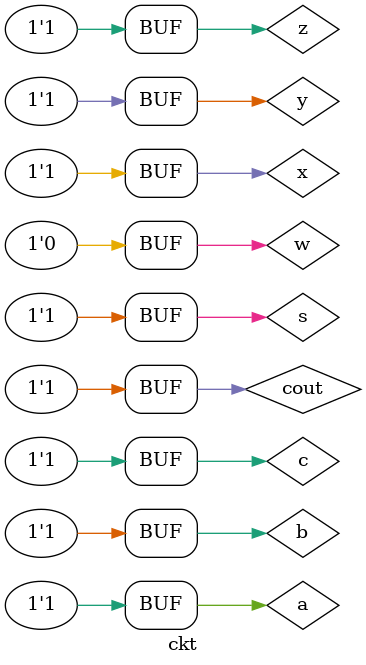
<source format=v>
module ckt();
				//FOR DELAY 1
	wire s,cout,w,x,y,z;	//wires represent the output coming from each gate
	reg a,b,c;		//reg a,b,c represents the inputs
	xor #1 g1(w,a,b);		//w is output of xor gate whose input are a and b
	xor #1 g2(s,w,c);		//s is sum that is output of xor gate whose input are w and c
	and #1 g3(x,a,c);		//x is output of and gate whose input are a and c 
	and #1 g4(y,b,c);		//y is output of and gate whose input are b and c
	and #1 g5(z,a,b);		//z is output of and gate whose input are a and b
	or #1 g6(cout,x,y,z);	//cout is carryout that is the output of or gate

	//exhaustive display for all the posiible outputs
	initial begin
	$monitor($time," a=%b,b=%b,c=%b,s=%b,cout=%b",a,b,c,s,cout);
	//$display($time," a=%b,b=%b,c=%b,s=%b,cout=%b",a,b,c,s,cout);
	#0 a=0; b=0; c=0;
	#10 a=0; b=0; c=1;
	#10 a=0; b=1; c=0;
	#10 a=0; b=1; c=1;
	#10 a=1; b=0; c=0;
	#10 a=1; b=0; c=1;
	#10 a=1; b=1; c=0;
	#10 a=1; b=1; c=1;
	end
endmodule

</source>
